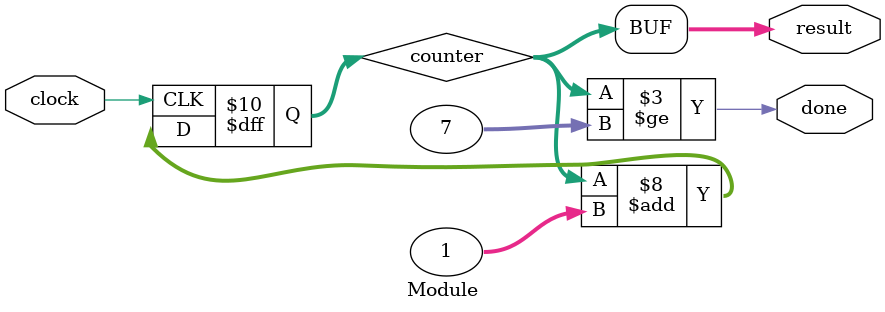
<source format=sv>
`include "metron_tools.sv"

module Module
(
  input logic clock,
  output logic done,
  output logic[31:0] result
);
/*public:*/
  initial begin /*Module*/
    counter = 0;
  end

  always_comb begin /*done*/
    done = counter >= 7;
  end

  always_comb begin /*result*/
    logic[31:0] c;

    c = counter;
    result = c;
  end

  always_comb begin /*tock*/
    /*tick()*/;
  end

/*private:*/

  always_ff @(posedge clock) begin /*tick*/
    counter <= counter + 1;
  end

  logic[31:0] counter;

endmodule


</source>
